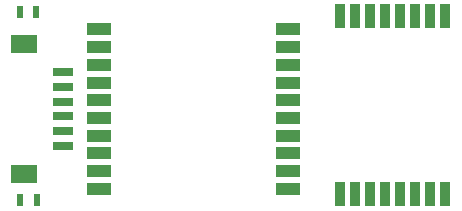
<source format=gtp>
G04 ================== begin FILE IDENTIFICATION RECORD ==================*
G04 Layout Name:  transponderRC2_4-10.brd*
G04 Film Name:    Solderpaste_top*
G04 File Format:  Gerber RS274X*
G04 File Origin:  Cadence Allegro 17.2-S042*
G04 Origin Date:  Fri Nov 23 21:07:11 2018*
G04 *
G04 Layer:  PACKAGE GEOMETRY/PASTEMASK_TOP*
G04 Layer:  PIN/PASTEMASK_TOP*
G04 Layer:  VIA CLASS/PASTEMASK_TOP*
G04 *
G04 Offset:    (0.0000 0.0000)*
G04 Mirror:    No*
G04 Mode:      Positive*
G04 Rotation:  0*
G04 FullContactRelief:  No*
G04 UndefLineWidth:     0.1500*
G04 ================== end FILE IDENTIFICATION RECORD ====================*
%FSAX55Y55*MOMM*%
%IR0*IPPOS*OFA0.00000B0.00000*MIA0B0*SFA1.00000B1.00000*%
%ADD10R,.6X1.*%
%ADD14R,.9X2.*%
%ADD12R,1.8X.7*%
%ADD13R,2.X1.*%
%ADD11R,2.2X1.6*%
%LPD*%
G75*
G54D10*
X0000195000Y0000230000D03*
X0000190000Y0001820000D03*
X0000335000Y0000230000D03*
X0000330000Y0001820000D03*
G54D11*
X0000225000Y0000452500D03*
X0000225000Y0001547500D03*
G54D12*
X0000555000Y0000937500D03*
X0000555000Y0000812500D03*
X0000555000Y0000687500D03*
X0000555000Y0001312500D03*
X0000555000Y0001187500D03*
X0000555000Y0001062500D03*
G54D13*
X0000860000Y0000325000D03*
X0000860000Y0000475000D03*
X0000860000Y0000625000D03*
X0000860000Y0000775000D03*
X0000860000Y0000925000D03*
X0000860000Y0001075000D03*
X0000860000Y0001225000D03*
X0000860000Y0001375000D03*
X0000860000Y0001525000D03*
X0000860000Y0001675000D03*
X0002460000Y0000625000D03*
X0002460000Y0000475000D03*
X0002460000Y0000325000D03*
X0002460000Y0000925000D03*
X0002460000Y0000775000D03*
X0002460000Y0001225000D03*
X0002460000Y0001075000D03*
X0002460000Y0001675000D03*
X0002460000Y0001525000D03*
X0002460000Y0001375000D03*
G54D14*
X0003031000Y0000285000D03*
X0002904000Y0000285000D03*
X0002904000Y0001785000D03*
X0003031000Y0001785000D03*
X0003412000Y0000285000D03*
X0003285000Y0000285000D03*
X0003158000Y0000285000D03*
X0003158000Y0001785000D03*
X0003285000Y0001785000D03*
X0003412000Y0001785000D03*
X0003666000Y0000285000D03*
X0003539000Y0000285000D03*
X0003539000Y0001785000D03*
X0003666000Y0001785000D03*
X0003793000Y0000285000D03*
X0003793000Y0001785000D03*
M02*

</source>
